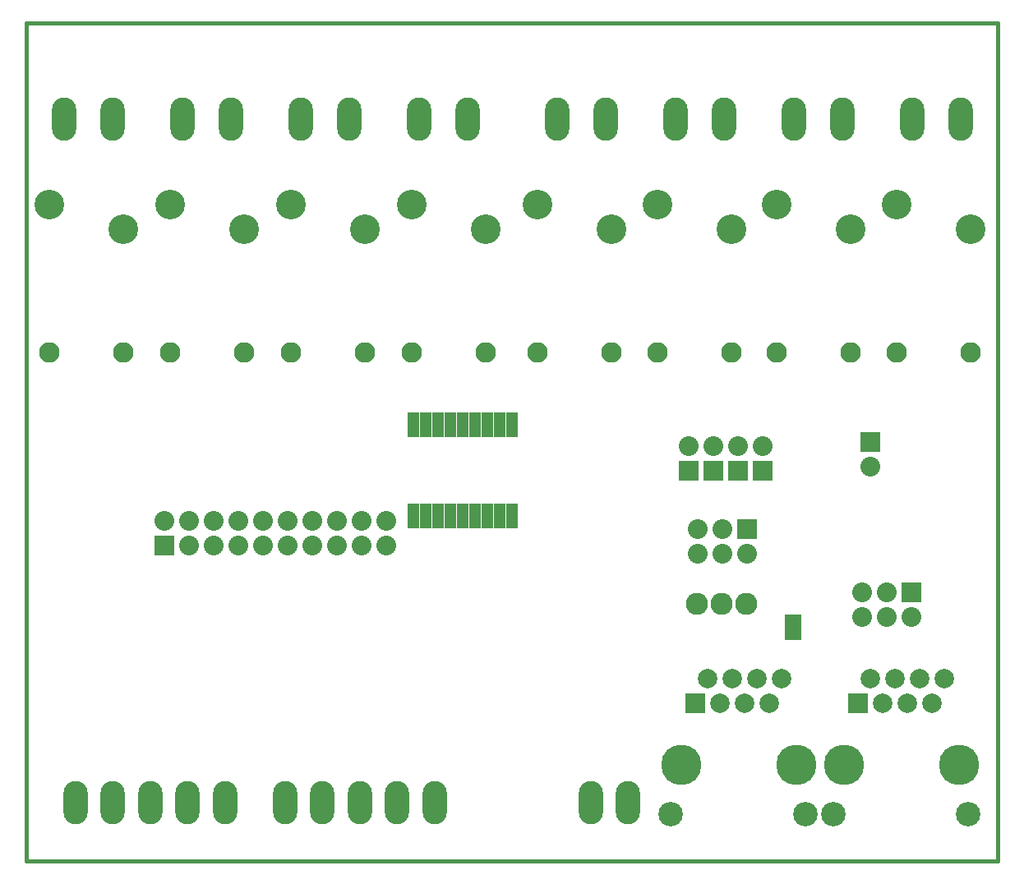
<source format=gbs>
G04 (created by PCBNEW (2013-jul-07)-stable) date ven. 28 nov. 2014 16:46:14 CET*
%MOIN*%
G04 Gerber Fmt 3.4, Leading zero omitted, Abs format*
%FSLAX34Y34*%
G01*
G70*
G90*
G04 APERTURE LIST*
%ADD10C,0.00590551*%
%ADD11C,0.015*%
%ADD12R,0.05X0.0987402*%
%ADD13R,0.08X0.08*%
%ADD14C,0.08*%
%ADD15O,0.098X0.176*%
%ADD16C,0.083*%
%ADD17C,0.12*%
%ADD18C,0.1637*%
%ADD19R,0.0791X0.0791*%
%ADD20C,0.0791*%
%ADD21C,0.0987402*%
%ADD22R,0.07X0.058*%
%ADD23C,0.09*%
G04 APERTURE END LIST*
G54D10*
G54D11*
X71500Y-62000D02*
X110900Y-62000D01*
X71500Y-28000D02*
X110900Y-28000D01*
X110900Y-28000D02*
X110800Y-28000D01*
X110900Y-62000D02*
X110900Y-28000D01*
X71500Y-62000D02*
X71500Y-28000D01*
G54D12*
X91200Y-48000D03*
X90700Y-48000D03*
X90200Y-48000D03*
X89700Y-48000D03*
X89200Y-48000D03*
X88700Y-48000D03*
X88200Y-48000D03*
X87700Y-48000D03*
X87200Y-48000D03*
X87200Y-44300D03*
X87700Y-44300D03*
X88200Y-44300D03*
X91200Y-44299D03*
X90700Y-44300D03*
X90200Y-44300D03*
X89700Y-44300D03*
X89200Y-44300D03*
X88700Y-44300D03*
G54D13*
X77100Y-49200D03*
G54D14*
X77100Y-48200D03*
X78100Y-49200D03*
X78100Y-48200D03*
X79100Y-49200D03*
X79100Y-48200D03*
X80100Y-49200D03*
X80100Y-48200D03*
X81100Y-49200D03*
X81100Y-48200D03*
X82100Y-49200D03*
X82100Y-48200D03*
X83100Y-49200D03*
X83100Y-48200D03*
X84100Y-49200D03*
X84100Y-48200D03*
X85100Y-49200D03*
X85100Y-48200D03*
X86100Y-49200D03*
X86100Y-48200D03*
G54D15*
X82000Y-59645D03*
X83515Y-59645D03*
X85031Y-59645D03*
X86547Y-59645D03*
X88062Y-59645D03*
X73500Y-59645D03*
X75015Y-59645D03*
X76531Y-59645D03*
X78047Y-59645D03*
X79562Y-59645D03*
G54D13*
X107400Y-51112D03*
G54D14*
X107400Y-52112D03*
X106400Y-51112D03*
X106400Y-52112D03*
X105400Y-51112D03*
X105400Y-52112D03*
G54D13*
X101375Y-46175D03*
G54D14*
X101375Y-45175D03*
G54D13*
X100375Y-46175D03*
G54D14*
X100375Y-45175D03*
G54D13*
X98375Y-46175D03*
G54D14*
X98375Y-45175D03*
G54D13*
X105725Y-45000D03*
G54D14*
X105725Y-46000D03*
G54D13*
X99375Y-46175D03*
G54D14*
X99375Y-45175D03*
G54D13*
X100725Y-48525D03*
G54D14*
X100725Y-49525D03*
X99725Y-48525D03*
X99725Y-49525D03*
X98725Y-48525D03*
X98725Y-49525D03*
G54D15*
X94400Y-59645D03*
X95915Y-59645D03*
G54D16*
X72450Y-41350D03*
X75442Y-41350D03*
G54D17*
X75442Y-36350D03*
X72450Y-35350D03*
G54D16*
X77350Y-41350D03*
X80342Y-41350D03*
G54D17*
X80342Y-36350D03*
X77350Y-35350D03*
G54D16*
X82250Y-41350D03*
X85242Y-41350D03*
G54D17*
X85242Y-36350D03*
X82250Y-35350D03*
G54D16*
X87150Y-41350D03*
X90142Y-41350D03*
G54D17*
X90142Y-36350D03*
X87150Y-35350D03*
G54D15*
X74990Y-31889D03*
X73020Y-31889D03*
X79790Y-31889D03*
X77820Y-31889D03*
X84590Y-31889D03*
X82620Y-31889D03*
X89390Y-31889D03*
X87420Y-31889D03*
X94990Y-31889D03*
X93020Y-31889D03*
X99790Y-31889D03*
X97820Y-31889D03*
X104590Y-31889D03*
X102620Y-31889D03*
X109390Y-31889D03*
X107420Y-31889D03*
G54D16*
X106800Y-41350D03*
X109792Y-41350D03*
G54D17*
X109792Y-36350D03*
X106800Y-35350D03*
G54D16*
X101950Y-41350D03*
X104942Y-41350D03*
G54D17*
X104942Y-36350D03*
X101950Y-35350D03*
G54D16*
X97100Y-41350D03*
X100092Y-41350D03*
G54D17*
X100092Y-36350D03*
X97100Y-35350D03*
G54D16*
X92250Y-41350D03*
X95242Y-41350D03*
G54D17*
X95242Y-36350D03*
X92250Y-35350D03*
G54D18*
X102738Y-58112D03*
X98065Y-58112D03*
G54D19*
X98650Y-55612D03*
G54D20*
X99150Y-54612D03*
X99650Y-55612D03*
X100150Y-54612D03*
X100650Y-55612D03*
X101150Y-54612D03*
X101650Y-55612D03*
X102150Y-54612D03*
G54D21*
X97650Y-60112D03*
X103100Y-60112D03*
G54D18*
X109338Y-58112D03*
X104665Y-58112D03*
G54D19*
X105250Y-55612D03*
G54D20*
X105750Y-54612D03*
X106250Y-55612D03*
X106750Y-54612D03*
X107250Y-55612D03*
X107750Y-54612D03*
X108250Y-55612D03*
X108750Y-54612D03*
G54D21*
X104250Y-60112D03*
X109700Y-60112D03*
G54D22*
X102600Y-52250D03*
X102600Y-52750D03*
G54D23*
X98700Y-51575D03*
X99700Y-51575D03*
X100700Y-51575D03*
M02*

</source>
